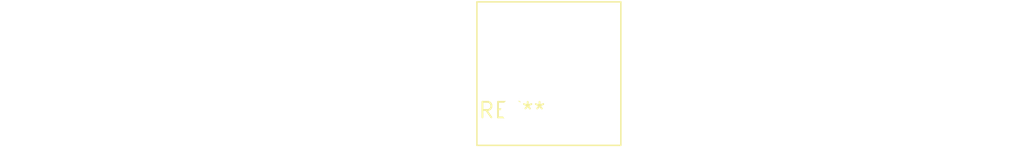
<source format=kicad_pcb>
(kicad_pcb (version 20240108) (generator pcbnew)
  (layers (0 "F.Cu" signal) (31 "B.Cu" signal) (34 "B.Paste" user) (35 "F.Paste" user) (36 "B.SilkS" user "B.Silkscreen") (37 "F.SilkS" user "F.Silkscreen") (38 "B.Mask" user) (39 "F.Mask" user) (44 "Edge.Cuts" user))
  (net 0 "")
  (footprint "L_Radial_L11.5mm_W11.5mm_Px6.00mm_Py6.00mm_Neosid_NE-CPB-11EN_Drill1.8mm" (layer "F.Cu") (at 0 0)
    (property "Reference" "REF**")
    (property "Value" "L_Radial_L11.5mm_W11.5mm_Px6.00mm_Py6.00mm_Neosid_NE-CPB-11EN_Drill1.8mm")
    (fp_line (start -2.87 -8.87) (end -2.87 2.87) (layer "F.SilkS") (stroke (width 0.12)))
    (fp_line (start -2.87 -8.87) (end 8.87 -8.87) (layer "F.SilkS") (stroke (width 0.12)))
    (fp_line (start -2.87 2.87) (end 8.87 2.87) (layer "F.SilkS") (stroke (width 0.12)))
    (fp_line (start 8.87 -8.87) (end 8.87 2.87) (layer "F.SilkS") (stroke (width 0.12)))
    (pad "1" thru_hole circle (at 0 0) (size 3.6 3.6) (drill 1.8) (layers *.Cu *.Mask) (remove_unused_layers))
    (pad "2" thru_hole circle (at 6 -6) (size 3.6 3.6) (drill 1.8) (layers *.Cu *.Mask) (remove_unused_layers))
  )
)
</source>
